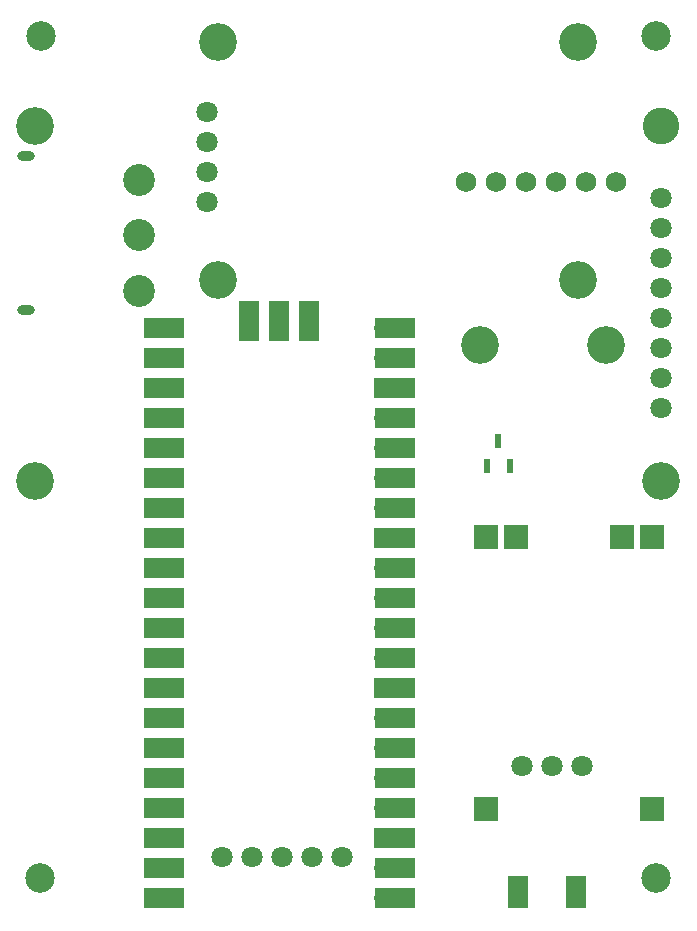
<source format=gbr>
%TF.GenerationSoftware,KiCad,Pcbnew,(6.0.9)*%
%TF.CreationDate,2023-01-30T22:20:02+01:00*%
%TF.ProjectId,P_ytka_pcb,50427974-6b61-45f7-9063-622e6b696361,rev?*%
%TF.SameCoordinates,Original*%
%TF.FileFunction,Soldermask,Bot*%
%TF.FilePolarity,Negative*%
%FSLAX46Y46*%
G04 Gerber Fmt 4.6, Leading zero omitted, Abs format (unit mm)*
G04 Created by KiCad (PCBNEW (6.0.9)) date 2023-01-30 22:20:02*
%MOMM*%
%LPD*%
G01*
G04 APERTURE LIST*
G04 Aperture macros list*
%AMRoundRect*
0 Rectangle with rounded corners*
0 $1 Rounding radius*
0 $2 $3 $4 $5 $6 $7 $8 $9 X,Y pos of 4 corners*
0 Add a 4 corners polygon primitive as box body*
4,1,4,$2,$3,$4,$5,$6,$7,$8,$9,$2,$3,0*
0 Add four circle primitives for the rounded corners*
1,1,$1+$1,$2,$3*
1,1,$1+$1,$4,$5*
1,1,$1+$1,$6,$7*
1,1,$1+$1,$8,$9*
0 Add four rect primitives between the rounded corners*
20,1,$1+$1,$2,$3,$4,$5,0*
20,1,$1+$1,$4,$5,$6,$7,0*
20,1,$1+$1,$6,$7,$8,$9,0*
20,1,$1+$1,$8,$9,$2,$3,0*%
G04 Aperture macros list end*
%ADD10C,3.200000*%
%ADD11C,1.800000*%
%ADD12C,2.500000*%
%ADD13C,3.100000*%
%ADD14R,2.000000X2.000000*%
%ADD15RoundRect,0.088500X0.206500X-0.526500X0.206500X0.526500X-0.206500X0.526500X-0.206500X-0.526500X0*%
%ADD16C,1.750000*%
%ADD17R,1.800000X2.800000*%
%ADD18O,1.500000X0.800000*%
%ADD19C,2.700000*%
%ADD20O,1.700000X1.700000*%
%ADD21R,3.500000X1.700000*%
%ADD22R,1.700000X1.700000*%
%ADD23R,1.700000X3.500000*%
G04 APERTURE END LIST*
D10*
%TO.C,U3*%
X133018400Y-40941800D03*
X133018400Y-61091800D03*
X163418400Y-40941800D03*
X163418400Y-61091800D03*
D11*
X132018400Y-46881800D03*
X132018400Y-49461800D03*
X132018400Y-51961800D03*
X132018400Y-54501800D03*
%TD*%
%TO.C,J1*%
X133273800Y-109937200D03*
X135813800Y-109937200D03*
X138353800Y-109937200D03*
X140893800Y-109937200D03*
X143433800Y-109937200D03*
%TD*%
D12*
%TO.C,REF\u002A\u002A*%
X117906800Y-111785400D03*
%TD*%
%TO.C,REF\u002A\u002A*%
X170053000Y-111734600D03*
%TD*%
%TO.C,REF\u002A\u002A*%
X117957600Y-40487600D03*
%TD*%
D10*
%TO.C,U2*%
X117524600Y-48100200D03*
D13*
X170524600Y-48100200D03*
D10*
X117524600Y-78100200D03*
X170524600Y-78100200D03*
D11*
X170484600Y-71990200D03*
X170484600Y-69450200D03*
X170484600Y-66910200D03*
X170484600Y-64370200D03*
X170484600Y-61830200D03*
X170484600Y-59290200D03*
X170484600Y-56750200D03*
X170484600Y-54210200D03*
%TD*%
D12*
%TO.C,REF\u002A\u002A*%
X170053000Y-40487600D03*
%TD*%
D11*
%TO.C,U4*%
X163753800Y-102311200D03*
X161213800Y-102311200D03*
X158673800Y-102311200D03*
%TD*%
D14*
%TO.C,U6*%
X169706600Y-105923000D03*
X155706600Y-105923000D03*
X169706600Y-82923000D03*
X155706600Y-82923000D03*
X167166600Y-82923000D03*
X158246600Y-82923000D03*
%TD*%
D15*
%TO.C,D1*%
X157668000Y-76879000D03*
X155768000Y-76879000D03*
X156718000Y-74759000D03*
%TD*%
D10*
%TO.C,U5*%
X165831600Y-66660000D03*
X155138200Y-66660000D03*
D16*
X153968200Y-52800000D03*
X156508200Y-52800000D03*
X159048200Y-52800000D03*
X161588200Y-52800000D03*
X164128200Y-52800000D03*
X166668200Y-52800000D03*
%TD*%
D17*
%TO.C,BT1*%
X163300200Y-112963000D03*
X158352200Y-112963000D03*
%TD*%
D18*
%TO.C,SW5*%
X116703200Y-50625000D03*
D19*
X126283200Y-62025000D03*
D18*
X116703200Y-63675000D03*
D19*
X126283200Y-57325000D03*
X126283200Y-52625000D03*
%TD*%
D20*
%TO.C,U1*%
X129286000Y-113487200D03*
D21*
X128386000Y-113487200D03*
D20*
X129286000Y-110947200D03*
D21*
X128386000Y-110947200D03*
X128386000Y-108407200D03*
D22*
X129286000Y-108407200D03*
D20*
X129286000Y-105867200D03*
D21*
X128386000Y-105867200D03*
X128386000Y-103327200D03*
D20*
X129286000Y-103327200D03*
D21*
X128386000Y-100787200D03*
D20*
X129286000Y-100787200D03*
D21*
X128386000Y-98247200D03*
D20*
X129286000Y-98247200D03*
D22*
X129286000Y-95707200D03*
D21*
X128386000Y-95707200D03*
D20*
X129286000Y-93167200D03*
D21*
X128386000Y-93167200D03*
D20*
X129286000Y-90627200D03*
D21*
X128386000Y-90627200D03*
D20*
X129286000Y-88087200D03*
D21*
X128386000Y-88087200D03*
D20*
X129286000Y-85547200D03*
D21*
X128386000Y-85547200D03*
X128386000Y-83007200D03*
D22*
X129286000Y-83007200D03*
D21*
X128386000Y-80467200D03*
D20*
X129286000Y-80467200D03*
D21*
X128386000Y-77927200D03*
D20*
X129286000Y-77927200D03*
X129286000Y-75387200D03*
D21*
X128386000Y-75387200D03*
D20*
X129286000Y-72847200D03*
D21*
X128386000Y-72847200D03*
D22*
X129286000Y-70307200D03*
D21*
X128386000Y-70307200D03*
D20*
X129286000Y-67767200D03*
D21*
X128386000Y-67767200D03*
D20*
X129286000Y-65227200D03*
D21*
X128386000Y-65227200D03*
X147966000Y-65227200D03*
D20*
X147066000Y-65227200D03*
X147066000Y-67767200D03*
D21*
X147966000Y-67767200D03*
D22*
X147066000Y-70307200D03*
D21*
X147966000Y-70307200D03*
D20*
X147066000Y-72847200D03*
D21*
X147966000Y-72847200D03*
D20*
X147066000Y-75387200D03*
D21*
X147966000Y-75387200D03*
D20*
X147066000Y-77927200D03*
D21*
X147966000Y-77927200D03*
D20*
X147066000Y-80467200D03*
D21*
X147966000Y-80467200D03*
X147966000Y-83007200D03*
D22*
X147066000Y-83007200D03*
D21*
X147966000Y-85547200D03*
D20*
X147066000Y-85547200D03*
D21*
X147966000Y-88087200D03*
D20*
X147066000Y-88087200D03*
D21*
X147966000Y-90627200D03*
D20*
X147066000Y-90627200D03*
D21*
X147966000Y-93167200D03*
D20*
X147066000Y-93167200D03*
D22*
X147066000Y-95707200D03*
D21*
X147966000Y-95707200D03*
D20*
X147066000Y-98247200D03*
D21*
X147966000Y-98247200D03*
X147966000Y-100787200D03*
D20*
X147066000Y-100787200D03*
X147066000Y-103327200D03*
D21*
X147966000Y-103327200D03*
D20*
X147066000Y-105867200D03*
D21*
X147966000Y-105867200D03*
X147966000Y-108407200D03*
D22*
X147066000Y-108407200D03*
D21*
X147966000Y-110947200D03*
D20*
X147066000Y-110947200D03*
X147066000Y-113487200D03*
D21*
X147966000Y-113487200D03*
D23*
X135636000Y-64557200D03*
D20*
X135636000Y-65457200D03*
D22*
X138176000Y-65457200D03*
D23*
X138176000Y-64557200D03*
D20*
X140716000Y-65457200D03*
D23*
X140716000Y-64557200D03*
%TD*%
M02*

</source>
